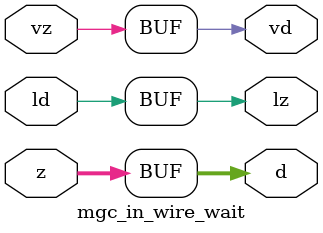
<source format=v>
module mgc_in_wire_wait (ld, vd, d, lz, vz, z);
  parameter integer rscid = 1;
  parameter integer width = 8;
  input              ld;
  output             vd;
  output [width-1:0] d;
  output             lz;
  input              vz;
  input  [width-1:0] z;
  wire               vd;
  wire   [width-1:0] d;
  wire               lz;
  assign d = z;
  assign lz = ld;
  assign vd = vz;
endmodule
</source>
